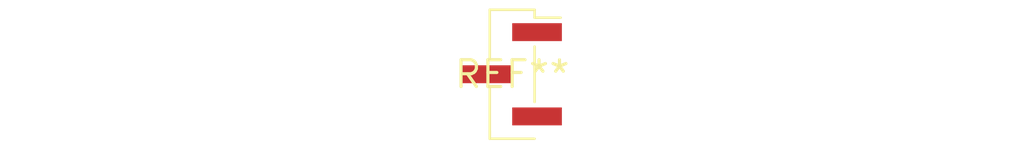
<source format=kicad_pcb>
(kicad_pcb (version 20240108) (generator pcbnew)
  (layers (0 "F.Cu" signal) (31 "B.Cu" signal) (34 "B.Paste" user) (35 "F.Paste" user) (36 "B.SilkS" user "B.Silkscreen") (37 "F.SilkS" user "F.Silkscreen") (38 "B.Mask" user) (39 "F.Mask" user) (44 "Edge.Cuts" user))
  (net 0 "")
  (footprint "PinHeader_1x03_P2.00mm_Vertical_SMD_Pin1Right" (layer "F.Cu") (at 0 0)
    (property "Reference" "REF**")
    (property "Value" "PinHeader_1x03_P2.00mm_Vertical_SMD_Pin1Right")
    (fp_line (start -1.06 -3.06) (end -1.06 -0.685) (layer "F.SilkS") (stroke (width 0.12)))
    (fp_line (start -1.06 -3.06) (end 1.06 -3.06) (layer "F.SilkS") (stroke (width 0.12)))
    (fp_line (start -1.06 0.685) (end -1.06 3.06) (layer "F.SilkS") (stroke (width 0.12)))
    (fp_line (start -1.06 2.685) (end -1.06 3.06) (layer "F.SilkS") (stroke (width 0.12)))
    (fp_line (start -1.06 3.06) (end 1.06 3.06) (layer "F.SilkS") (stroke (width 0.12)))
    (fp_line (start 1.06 -3.06) (end 1.06 -2.685) (layer "F.SilkS") (stroke (width 0.12)))
    (fp_line (start 1.06 -2.685) (end 2.29 -2.685) (layer "F.SilkS") (stroke (width 0.12)))
    (fp_line (start 1.06 -1.315) (end 1.06 1.315) (layer "F.SilkS") (stroke (width 0.12)))
    (pad "1" smd rect (at 1.175 -2) (size 2.35 0.85) (layers "F.Cu" "F.Paste" "F.Mask"))
    (pad "2" smd rect (at -1.175 0) (size 2.35 0.85) (layers "F.Cu" "F.Paste" "F.Mask"))
    (pad "3" smd rect (at 1.175 2) (size 2.35 0.85) (layers "F.Cu" "F.Paste" "F.Mask"))
  )
)
</source>
